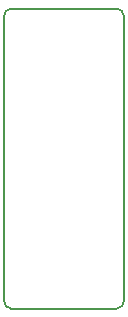
<source format=gbr>
G04 start of page 4 for group 2 idx 2 *
G04 Title: (unknown), outline *
G04 Creator: pcb 20110918 *
G04 CreationDate: Sun Sep  8 04:32:17 2013 UTC *
G04 For: mokus *
G04 Format: Gerber/RS-274X *
G04 PCB-Dimensions: 40000 100000 *
G04 PCB-Coordinate-Origin: lower left *
%MOIN*%
%FSLAX25Y25*%
%LNOUTLINE*%
%ADD19C,0.0060*%
G54D19*X2500Y0D02*X37500D01*
X40000Y2500D02*Y97500D01*
X37500Y100000D02*X2500D01*
X0Y97500D02*Y2500D01*
Y97500D02*G75*G02X2500Y100000I2500J0D01*G01*
X37500D02*G75*G02X40000Y97500I0J-2500D01*G01*
X0Y2500D02*G75*G03X2500Y0I2500J0D01*G01*
X37500D02*G75*G03X40000Y2500I0J2500D01*G01*
M02*

</source>
